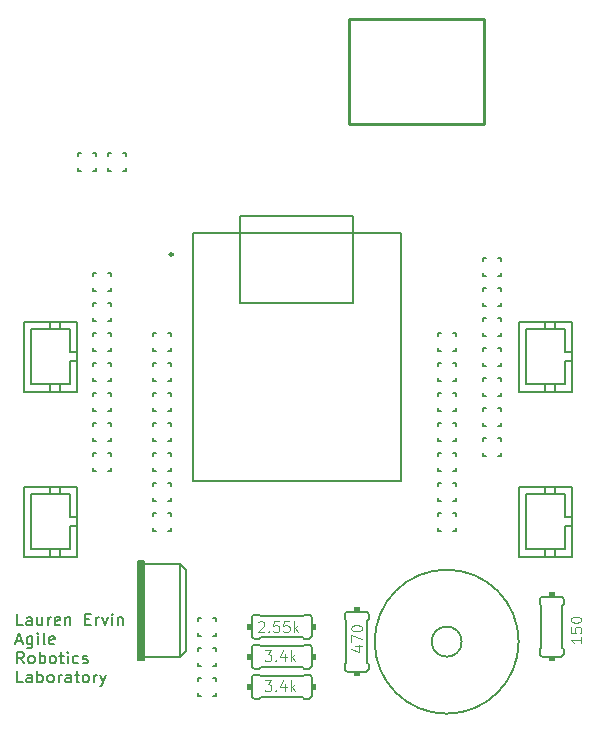
<source format=gbr>
%TF.GenerationSoftware,KiCad,Pcbnew,7.0.9*%
%TF.CreationDate,2023-11-20T12:16:38-05:00*%
%TF.ProjectId,uTerreSoRo_v4.1_bigger_pads_RSC,75546572-7265-4536-9f52-6f5f76342e31,rev?*%
%TF.SameCoordinates,Original*%
%TF.FileFunction,Legend,Top*%
%TF.FilePolarity,Positive*%
%FSLAX46Y46*%
G04 Gerber Fmt 4.6, Leading zero omitted, Abs format (unit mm)*
G04 Created by KiCad (PCBNEW 7.0.9) date 2023-11-20 12:16:38*
%MOMM*%
%LPD*%
G01*
G04 APERTURE LIST*
%ADD10C,0.200000*%
%ADD11C,0.089154*%
%ADD12C,0.152400*%
%ADD13C,0.254000*%
%ADD14C,0.127000*%
G04 APERTURE END LIST*
D10*
X125305863Y-122037219D02*
X124829673Y-122037219D01*
X124829673Y-122037219D02*
X124829673Y-121037219D01*
X126067768Y-122037219D02*
X126067768Y-121513409D01*
X126067768Y-121513409D02*
X126020149Y-121418171D01*
X126020149Y-121418171D02*
X125924911Y-121370552D01*
X125924911Y-121370552D02*
X125734435Y-121370552D01*
X125734435Y-121370552D02*
X125639197Y-121418171D01*
X126067768Y-121989600D02*
X125972530Y-122037219D01*
X125972530Y-122037219D02*
X125734435Y-122037219D01*
X125734435Y-122037219D02*
X125639197Y-121989600D01*
X125639197Y-121989600D02*
X125591578Y-121894361D01*
X125591578Y-121894361D02*
X125591578Y-121799123D01*
X125591578Y-121799123D02*
X125639197Y-121703885D01*
X125639197Y-121703885D02*
X125734435Y-121656266D01*
X125734435Y-121656266D02*
X125972530Y-121656266D01*
X125972530Y-121656266D02*
X126067768Y-121608647D01*
X126972530Y-121370552D02*
X126972530Y-122037219D01*
X126543959Y-121370552D02*
X126543959Y-121894361D01*
X126543959Y-121894361D02*
X126591578Y-121989600D01*
X126591578Y-121989600D02*
X126686816Y-122037219D01*
X126686816Y-122037219D02*
X126829673Y-122037219D01*
X126829673Y-122037219D02*
X126924911Y-121989600D01*
X126924911Y-121989600D02*
X126972530Y-121941980D01*
X127448721Y-122037219D02*
X127448721Y-121370552D01*
X127448721Y-121561028D02*
X127496340Y-121465790D01*
X127496340Y-121465790D02*
X127543959Y-121418171D01*
X127543959Y-121418171D02*
X127639197Y-121370552D01*
X127639197Y-121370552D02*
X127734435Y-121370552D01*
X128448721Y-121989600D02*
X128353483Y-122037219D01*
X128353483Y-122037219D02*
X128163007Y-122037219D01*
X128163007Y-122037219D02*
X128067769Y-121989600D01*
X128067769Y-121989600D02*
X128020150Y-121894361D01*
X128020150Y-121894361D02*
X128020150Y-121513409D01*
X128020150Y-121513409D02*
X128067769Y-121418171D01*
X128067769Y-121418171D02*
X128163007Y-121370552D01*
X128163007Y-121370552D02*
X128353483Y-121370552D01*
X128353483Y-121370552D02*
X128448721Y-121418171D01*
X128448721Y-121418171D02*
X128496340Y-121513409D01*
X128496340Y-121513409D02*
X128496340Y-121608647D01*
X128496340Y-121608647D02*
X128020150Y-121703885D01*
X128924912Y-121370552D02*
X128924912Y-122037219D01*
X128924912Y-121465790D02*
X128972531Y-121418171D01*
X128972531Y-121418171D02*
X129067769Y-121370552D01*
X129067769Y-121370552D02*
X129210626Y-121370552D01*
X129210626Y-121370552D02*
X129305864Y-121418171D01*
X129305864Y-121418171D02*
X129353483Y-121513409D01*
X129353483Y-121513409D02*
X129353483Y-122037219D01*
X130591579Y-121513409D02*
X130924912Y-121513409D01*
X131067769Y-122037219D02*
X130591579Y-122037219D01*
X130591579Y-122037219D02*
X130591579Y-121037219D01*
X130591579Y-121037219D02*
X131067769Y-121037219D01*
X131496341Y-122037219D02*
X131496341Y-121370552D01*
X131496341Y-121561028D02*
X131543960Y-121465790D01*
X131543960Y-121465790D02*
X131591579Y-121418171D01*
X131591579Y-121418171D02*
X131686817Y-121370552D01*
X131686817Y-121370552D02*
X131782055Y-121370552D01*
X132020151Y-121370552D02*
X132258246Y-122037219D01*
X132258246Y-122037219D02*
X132496341Y-121370552D01*
X132877294Y-122037219D02*
X132877294Y-121370552D01*
X132877294Y-121037219D02*
X132829675Y-121084838D01*
X132829675Y-121084838D02*
X132877294Y-121132457D01*
X132877294Y-121132457D02*
X132924913Y-121084838D01*
X132924913Y-121084838D02*
X132877294Y-121037219D01*
X132877294Y-121037219D02*
X132877294Y-121132457D01*
X133353484Y-121370552D02*
X133353484Y-122037219D01*
X133353484Y-121465790D02*
X133401103Y-121418171D01*
X133401103Y-121418171D02*
X133496341Y-121370552D01*
X133496341Y-121370552D02*
X133639198Y-121370552D01*
X133639198Y-121370552D02*
X133734436Y-121418171D01*
X133734436Y-121418171D02*
X133782055Y-121513409D01*
X133782055Y-121513409D02*
X133782055Y-122037219D01*
X124782054Y-123361504D02*
X125258244Y-123361504D01*
X124686816Y-123647219D02*
X125020149Y-122647219D01*
X125020149Y-122647219D02*
X125353482Y-123647219D01*
X126115387Y-122980552D02*
X126115387Y-123790076D01*
X126115387Y-123790076D02*
X126067768Y-123885314D01*
X126067768Y-123885314D02*
X126020149Y-123932933D01*
X126020149Y-123932933D02*
X125924911Y-123980552D01*
X125924911Y-123980552D02*
X125782054Y-123980552D01*
X125782054Y-123980552D02*
X125686816Y-123932933D01*
X126115387Y-123599600D02*
X126020149Y-123647219D01*
X126020149Y-123647219D02*
X125829673Y-123647219D01*
X125829673Y-123647219D02*
X125734435Y-123599600D01*
X125734435Y-123599600D02*
X125686816Y-123551980D01*
X125686816Y-123551980D02*
X125639197Y-123456742D01*
X125639197Y-123456742D02*
X125639197Y-123171028D01*
X125639197Y-123171028D02*
X125686816Y-123075790D01*
X125686816Y-123075790D02*
X125734435Y-123028171D01*
X125734435Y-123028171D02*
X125829673Y-122980552D01*
X125829673Y-122980552D02*
X126020149Y-122980552D01*
X126020149Y-122980552D02*
X126115387Y-123028171D01*
X126591578Y-123647219D02*
X126591578Y-122980552D01*
X126591578Y-122647219D02*
X126543959Y-122694838D01*
X126543959Y-122694838D02*
X126591578Y-122742457D01*
X126591578Y-122742457D02*
X126639197Y-122694838D01*
X126639197Y-122694838D02*
X126591578Y-122647219D01*
X126591578Y-122647219D02*
X126591578Y-122742457D01*
X127210625Y-123647219D02*
X127115387Y-123599600D01*
X127115387Y-123599600D02*
X127067768Y-123504361D01*
X127067768Y-123504361D02*
X127067768Y-122647219D01*
X127972530Y-123599600D02*
X127877292Y-123647219D01*
X127877292Y-123647219D02*
X127686816Y-123647219D01*
X127686816Y-123647219D02*
X127591578Y-123599600D01*
X127591578Y-123599600D02*
X127543959Y-123504361D01*
X127543959Y-123504361D02*
X127543959Y-123123409D01*
X127543959Y-123123409D02*
X127591578Y-123028171D01*
X127591578Y-123028171D02*
X127686816Y-122980552D01*
X127686816Y-122980552D02*
X127877292Y-122980552D01*
X127877292Y-122980552D02*
X127972530Y-123028171D01*
X127972530Y-123028171D02*
X128020149Y-123123409D01*
X128020149Y-123123409D02*
X128020149Y-123218647D01*
X128020149Y-123218647D02*
X127543959Y-123313885D01*
X125401101Y-125257219D02*
X125067768Y-124781028D01*
X124829673Y-125257219D02*
X124829673Y-124257219D01*
X124829673Y-124257219D02*
X125210625Y-124257219D01*
X125210625Y-124257219D02*
X125305863Y-124304838D01*
X125305863Y-124304838D02*
X125353482Y-124352457D01*
X125353482Y-124352457D02*
X125401101Y-124447695D01*
X125401101Y-124447695D02*
X125401101Y-124590552D01*
X125401101Y-124590552D02*
X125353482Y-124685790D01*
X125353482Y-124685790D02*
X125305863Y-124733409D01*
X125305863Y-124733409D02*
X125210625Y-124781028D01*
X125210625Y-124781028D02*
X124829673Y-124781028D01*
X125972530Y-125257219D02*
X125877292Y-125209600D01*
X125877292Y-125209600D02*
X125829673Y-125161980D01*
X125829673Y-125161980D02*
X125782054Y-125066742D01*
X125782054Y-125066742D02*
X125782054Y-124781028D01*
X125782054Y-124781028D02*
X125829673Y-124685790D01*
X125829673Y-124685790D02*
X125877292Y-124638171D01*
X125877292Y-124638171D02*
X125972530Y-124590552D01*
X125972530Y-124590552D02*
X126115387Y-124590552D01*
X126115387Y-124590552D02*
X126210625Y-124638171D01*
X126210625Y-124638171D02*
X126258244Y-124685790D01*
X126258244Y-124685790D02*
X126305863Y-124781028D01*
X126305863Y-124781028D02*
X126305863Y-125066742D01*
X126305863Y-125066742D02*
X126258244Y-125161980D01*
X126258244Y-125161980D02*
X126210625Y-125209600D01*
X126210625Y-125209600D02*
X126115387Y-125257219D01*
X126115387Y-125257219D02*
X125972530Y-125257219D01*
X126734435Y-125257219D02*
X126734435Y-124257219D01*
X126734435Y-124638171D02*
X126829673Y-124590552D01*
X126829673Y-124590552D02*
X127020149Y-124590552D01*
X127020149Y-124590552D02*
X127115387Y-124638171D01*
X127115387Y-124638171D02*
X127163006Y-124685790D01*
X127163006Y-124685790D02*
X127210625Y-124781028D01*
X127210625Y-124781028D02*
X127210625Y-125066742D01*
X127210625Y-125066742D02*
X127163006Y-125161980D01*
X127163006Y-125161980D02*
X127115387Y-125209600D01*
X127115387Y-125209600D02*
X127020149Y-125257219D01*
X127020149Y-125257219D02*
X126829673Y-125257219D01*
X126829673Y-125257219D02*
X126734435Y-125209600D01*
X127782054Y-125257219D02*
X127686816Y-125209600D01*
X127686816Y-125209600D02*
X127639197Y-125161980D01*
X127639197Y-125161980D02*
X127591578Y-125066742D01*
X127591578Y-125066742D02*
X127591578Y-124781028D01*
X127591578Y-124781028D02*
X127639197Y-124685790D01*
X127639197Y-124685790D02*
X127686816Y-124638171D01*
X127686816Y-124638171D02*
X127782054Y-124590552D01*
X127782054Y-124590552D02*
X127924911Y-124590552D01*
X127924911Y-124590552D02*
X128020149Y-124638171D01*
X128020149Y-124638171D02*
X128067768Y-124685790D01*
X128067768Y-124685790D02*
X128115387Y-124781028D01*
X128115387Y-124781028D02*
X128115387Y-125066742D01*
X128115387Y-125066742D02*
X128067768Y-125161980D01*
X128067768Y-125161980D02*
X128020149Y-125209600D01*
X128020149Y-125209600D02*
X127924911Y-125257219D01*
X127924911Y-125257219D02*
X127782054Y-125257219D01*
X128401102Y-124590552D02*
X128782054Y-124590552D01*
X128543959Y-124257219D02*
X128543959Y-125114361D01*
X128543959Y-125114361D02*
X128591578Y-125209600D01*
X128591578Y-125209600D02*
X128686816Y-125257219D01*
X128686816Y-125257219D02*
X128782054Y-125257219D01*
X129115388Y-125257219D02*
X129115388Y-124590552D01*
X129115388Y-124257219D02*
X129067769Y-124304838D01*
X129067769Y-124304838D02*
X129115388Y-124352457D01*
X129115388Y-124352457D02*
X129163007Y-124304838D01*
X129163007Y-124304838D02*
X129115388Y-124257219D01*
X129115388Y-124257219D02*
X129115388Y-124352457D01*
X130020149Y-125209600D02*
X129924911Y-125257219D01*
X129924911Y-125257219D02*
X129734435Y-125257219D01*
X129734435Y-125257219D02*
X129639197Y-125209600D01*
X129639197Y-125209600D02*
X129591578Y-125161980D01*
X129591578Y-125161980D02*
X129543959Y-125066742D01*
X129543959Y-125066742D02*
X129543959Y-124781028D01*
X129543959Y-124781028D02*
X129591578Y-124685790D01*
X129591578Y-124685790D02*
X129639197Y-124638171D01*
X129639197Y-124638171D02*
X129734435Y-124590552D01*
X129734435Y-124590552D02*
X129924911Y-124590552D01*
X129924911Y-124590552D02*
X130020149Y-124638171D01*
X130401102Y-125209600D02*
X130496340Y-125257219D01*
X130496340Y-125257219D02*
X130686816Y-125257219D01*
X130686816Y-125257219D02*
X130782054Y-125209600D01*
X130782054Y-125209600D02*
X130829673Y-125114361D01*
X130829673Y-125114361D02*
X130829673Y-125066742D01*
X130829673Y-125066742D02*
X130782054Y-124971504D01*
X130782054Y-124971504D02*
X130686816Y-124923885D01*
X130686816Y-124923885D02*
X130543959Y-124923885D01*
X130543959Y-124923885D02*
X130448721Y-124876266D01*
X130448721Y-124876266D02*
X130401102Y-124781028D01*
X130401102Y-124781028D02*
X130401102Y-124733409D01*
X130401102Y-124733409D02*
X130448721Y-124638171D01*
X130448721Y-124638171D02*
X130543959Y-124590552D01*
X130543959Y-124590552D02*
X130686816Y-124590552D01*
X130686816Y-124590552D02*
X130782054Y-124638171D01*
X125305863Y-126867219D02*
X124829673Y-126867219D01*
X124829673Y-126867219D02*
X124829673Y-125867219D01*
X126067768Y-126867219D02*
X126067768Y-126343409D01*
X126067768Y-126343409D02*
X126020149Y-126248171D01*
X126020149Y-126248171D02*
X125924911Y-126200552D01*
X125924911Y-126200552D02*
X125734435Y-126200552D01*
X125734435Y-126200552D02*
X125639197Y-126248171D01*
X126067768Y-126819600D02*
X125972530Y-126867219D01*
X125972530Y-126867219D02*
X125734435Y-126867219D01*
X125734435Y-126867219D02*
X125639197Y-126819600D01*
X125639197Y-126819600D02*
X125591578Y-126724361D01*
X125591578Y-126724361D02*
X125591578Y-126629123D01*
X125591578Y-126629123D02*
X125639197Y-126533885D01*
X125639197Y-126533885D02*
X125734435Y-126486266D01*
X125734435Y-126486266D02*
X125972530Y-126486266D01*
X125972530Y-126486266D02*
X126067768Y-126438647D01*
X126543959Y-126867219D02*
X126543959Y-125867219D01*
X126543959Y-126248171D02*
X126639197Y-126200552D01*
X126639197Y-126200552D02*
X126829673Y-126200552D01*
X126829673Y-126200552D02*
X126924911Y-126248171D01*
X126924911Y-126248171D02*
X126972530Y-126295790D01*
X126972530Y-126295790D02*
X127020149Y-126391028D01*
X127020149Y-126391028D02*
X127020149Y-126676742D01*
X127020149Y-126676742D02*
X126972530Y-126771980D01*
X126972530Y-126771980D02*
X126924911Y-126819600D01*
X126924911Y-126819600D02*
X126829673Y-126867219D01*
X126829673Y-126867219D02*
X126639197Y-126867219D01*
X126639197Y-126867219D02*
X126543959Y-126819600D01*
X127591578Y-126867219D02*
X127496340Y-126819600D01*
X127496340Y-126819600D02*
X127448721Y-126771980D01*
X127448721Y-126771980D02*
X127401102Y-126676742D01*
X127401102Y-126676742D02*
X127401102Y-126391028D01*
X127401102Y-126391028D02*
X127448721Y-126295790D01*
X127448721Y-126295790D02*
X127496340Y-126248171D01*
X127496340Y-126248171D02*
X127591578Y-126200552D01*
X127591578Y-126200552D02*
X127734435Y-126200552D01*
X127734435Y-126200552D02*
X127829673Y-126248171D01*
X127829673Y-126248171D02*
X127877292Y-126295790D01*
X127877292Y-126295790D02*
X127924911Y-126391028D01*
X127924911Y-126391028D02*
X127924911Y-126676742D01*
X127924911Y-126676742D02*
X127877292Y-126771980D01*
X127877292Y-126771980D02*
X127829673Y-126819600D01*
X127829673Y-126819600D02*
X127734435Y-126867219D01*
X127734435Y-126867219D02*
X127591578Y-126867219D01*
X128353483Y-126867219D02*
X128353483Y-126200552D01*
X128353483Y-126391028D02*
X128401102Y-126295790D01*
X128401102Y-126295790D02*
X128448721Y-126248171D01*
X128448721Y-126248171D02*
X128543959Y-126200552D01*
X128543959Y-126200552D02*
X128639197Y-126200552D01*
X129401102Y-126867219D02*
X129401102Y-126343409D01*
X129401102Y-126343409D02*
X129353483Y-126248171D01*
X129353483Y-126248171D02*
X129258245Y-126200552D01*
X129258245Y-126200552D02*
X129067769Y-126200552D01*
X129067769Y-126200552D02*
X128972531Y-126248171D01*
X129401102Y-126819600D02*
X129305864Y-126867219D01*
X129305864Y-126867219D02*
X129067769Y-126867219D01*
X129067769Y-126867219D02*
X128972531Y-126819600D01*
X128972531Y-126819600D02*
X128924912Y-126724361D01*
X128924912Y-126724361D02*
X128924912Y-126629123D01*
X128924912Y-126629123D02*
X128972531Y-126533885D01*
X128972531Y-126533885D02*
X129067769Y-126486266D01*
X129067769Y-126486266D02*
X129305864Y-126486266D01*
X129305864Y-126486266D02*
X129401102Y-126438647D01*
X129734436Y-126200552D02*
X130115388Y-126200552D01*
X129877293Y-125867219D02*
X129877293Y-126724361D01*
X129877293Y-126724361D02*
X129924912Y-126819600D01*
X129924912Y-126819600D02*
X130020150Y-126867219D01*
X130020150Y-126867219D02*
X130115388Y-126867219D01*
X130591579Y-126867219D02*
X130496341Y-126819600D01*
X130496341Y-126819600D02*
X130448722Y-126771980D01*
X130448722Y-126771980D02*
X130401103Y-126676742D01*
X130401103Y-126676742D02*
X130401103Y-126391028D01*
X130401103Y-126391028D02*
X130448722Y-126295790D01*
X130448722Y-126295790D02*
X130496341Y-126248171D01*
X130496341Y-126248171D02*
X130591579Y-126200552D01*
X130591579Y-126200552D02*
X130734436Y-126200552D01*
X130734436Y-126200552D02*
X130829674Y-126248171D01*
X130829674Y-126248171D02*
X130877293Y-126295790D01*
X130877293Y-126295790D02*
X130924912Y-126391028D01*
X130924912Y-126391028D02*
X130924912Y-126676742D01*
X130924912Y-126676742D02*
X130877293Y-126771980D01*
X130877293Y-126771980D02*
X130829674Y-126819600D01*
X130829674Y-126819600D02*
X130734436Y-126867219D01*
X130734436Y-126867219D02*
X130591579Y-126867219D01*
X131353484Y-126867219D02*
X131353484Y-126200552D01*
X131353484Y-126391028D02*
X131401103Y-126295790D01*
X131401103Y-126295790D02*
X131448722Y-126248171D01*
X131448722Y-126248171D02*
X131543960Y-126200552D01*
X131543960Y-126200552D02*
X131639198Y-126200552D01*
X131877294Y-126200552D02*
X132115389Y-126867219D01*
X132353484Y-126200552D02*
X132115389Y-126867219D01*
X132115389Y-126867219D02*
X132020151Y-127105314D01*
X132020151Y-127105314D02*
X131972532Y-127152933D01*
X131972532Y-127152933D02*
X131877294Y-127200552D01*
D11*
X145792931Y-124154798D02*
X146350969Y-124154798D01*
X146350969Y-124154798D02*
X146050487Y-124498206D01*
X146050487Y-124498206D02*
X146179265Y-124498206D01*
X146179265Y-124498206D02*
X146265117Y-124541132D01*
X146265117Y-124541132D02*
X146308043Y-124584058D01*
X146308043Y-124584058D02*
X146350969Y-124669910D01*
X146350969Y-124669910D02*
X146350969Y-124884540D01*
X146350969Y-124884540D02*
X146308043Y-124970392D01*
X146308043Y-124970392D02*
X146265117Y-125013318D01*
X146265117Y-125013318D02*
X146179265Y-125056244D01*
X146179265Y-125056244D02*
X145921709Y-125056244D01*
X145921709Y-125056244D02*
X145835857Y-125013318D01*
X145835857Y-125013318D02*
X145792931Y-124970392D01*
X146737303Y-124970392D02*
X146780229Y-125013318D01*
X146780229Y-125013318D02*
X146737303Y-125056244D01*
X146737303Y-125056244D02*
X146694377Y-125013318D01*
X146694377Y-125013318D02*
X146737303Y-124970392D01*
X146737303Y-124970392D02*
X146737303Y-125056244D01*
X147552897Y-124455280D02*
X147552897Y-125056244D01*
X147338267Y-124111872D02*
X147123637Y-124755762D01*
X147123637Y-124755762D02*
X147681675Y-124755762D01*
X148025083Y-125056244D02*
X148025083Y-124154798D01*
X148110935Y-124712836D02*
X148368491Y-125056244D01*
X148368491Y-124455280D02*
X148025083Y-124798688D01*
X145235189Y-121790145D02*
X145278115Y-121747219D01*
X145278115Y-121747219D02*
X145363967Y-121704293D01*
X145363967Y-121704293D02*
X145578597Y-121704293D01*
X145578597Y-121704293D02*
X145664449Y-121747219D01*
X145664449Y-121747219D02*
X145707375Y-121790145D01*
X145707375Y-121790145D02*
X145750301Y-121875997D01*
X145750301Y-121875997D02*
X145750301Y-121961849D01*
X145750301Y-121961849D02*
X145707375Y-122090627D01*
X145707375Y-122090627D02*
X145192263Y-122605739D01*
X145192263Y-122605739D02*
X145750301Y-122605739D01*
X146136635Y-122519887D02*
X146179561Y-122562813D01*
X146179561Y-122562813D02*
X146136635Y-122605739D01*
X146136635Y-122605739D02*
X146093709Y-122562813D01*
X146093709Y-122562813D02*
X146136635Y-122519887D01*
X146136635Y-122519887D02*
X146136635Y-122605739D01*
X146995155Y-121704293D02*
X146565895Y-121704293D01*
X146565895Y-121704293D02*
X146522969Y-122133553D01*
X146522969Y-122133553D02*
X146565895Y-122090627D01*
X146565895Y-122090627D02*
X146651747Y-122047701D01*
X146651747Y-122047701D02*
X146866377Y-122047701D01*
X146866377Y-122047701D02*
X146952229Y-122090627D01*
X146952229Y-122090627D02*
X146995155Y-122133553D01*
X146995155Y-122133553D02*
X147038081Y-122219405D01*
X147038081Y-122219405D02*
X147038081Y-122434035D01*
X147038081Y-122434035D02*
X146995155Y-122519887D01*
X146995155Y-122519887D02*
X146952229Y-122562813D01*
X146952229Y-122562813D02*
X146866377Y-122605739D01*
X146866377Y-122605739D02*
X146651747Y-122605739D01*
X146651747Y-122605739D02*
X146565895Y-122562813D01*
X146565895Y-122562813D02*
X146522969Y-122519887D01*
X147853675Y-121704293D02*
X147424415Y-121704293D01*
X147424415Y-121704293D02*
X147381489Y-122133553D01*
X147381489Y-122133553D02*
X147424415Y-122090627D01*
X147424415Y-122090627D02*
X147510267Y-122047701D01*
X147510267Y-122047701D02*
X147724897Y-122047701D01*
X147724897Y-122047701D02*
X147810749Y-122090627D01*
X147810749Y-122090627D02*
X147853675Y-122133553D01*
X147853675Y-122133553D02*
X147896601Y-122219405D01*
X147896601Y-122219405D02*
X147896601Y-122434035D01*
X147896601Y-122434035D02*
X147853675Y-122519887D01*
X147853675Y-122519887D02*
X147810749Y-122562813D01*
X147810749Y-122562813D02*
X147724897Y-122605739D01*
X147724897Y-122605739D02*
X147510267Y-122605739D01*
X147510267Y-122605739D02*
X147424415Y-122562813D01*
X147424415Y-122562813D02*
X147381489Y-122519887D01*
X148282935Y-122605739D02*
X148282935Y-121704293D01*
X148368787Y-122262331D02*
X148626343Y-122605739D01*
X148626343Y-122004775D02*
X148282935Y-122348183D01*
X145792931Y-126694798D02*
X146350969Y-126694798D01*
X146350969Y-126694798D02*
X146050487Y-127038206D01*
X146050487Y-127038206D02*
X146179265Y-127038206D01*
X146179265Y-127038206D02*
X146265117Y-127081132D01*
X146265117Y-127081132D02*
X146308043Y-127124058D01*
X146308043Y-127124058D02*
X146350969Y-127209910D01*
X146350969Y-127209910D02*
X146350969Y-127424540D01*
X146350969Y-127424540D02*
X146308043Y-127510392D01*
X146308043Y-127510392D02*
X146265117Y-127553318D01*
X146265117Y-127553318D02*
X146179265Y-127596244D01*
X146179265Y-127596244D02*
X145921709Y-127596244D01*
X145921709Y-127596244D02*
X145835857Y-127553318D01*
X145835857Y-127553318D02*
X145792931Y-127510392D01*
X146737303Y-127510392D02*
X146780229Y-127553318D01*
X146780229Y-127553318D02*
X146737303Y-127596244D01*
X146737303Y-127596244D02*
X146694377Y-127553318D01*
X146694377Y-127553318D02*
X146737303Y-127510392D01*
X146737303Y-127510392D02*
X146737303Y-127596244D01*
X147552897Y-126995280D02*
X147552897Y-127596244D01*
X147338267Y-126651872D02*
X147123637Y-127295762D01*
X147123637Y-127295762D02*
X147681675Y-127295762D01*
X148025083Y-127596244D02*
X148025083Y-126694798D01*
X148110935Y-127252836D02*
X148368491Y-127596244D01*
X148368491Y-126995280D02*
X148025083Y-127338688D01*
X153437271Y-123826249D02*
X154038235Y-123826249D01*
X153093863Y-124040879D02*
X153737753Y-124255509D01*
X153737753Y-124255509D02*
X153737753Y-123697471D01*
X153136789Y-123439915D02*
X153136789Y-122838951D01*
X153136789Y-122838951D02*
X154038235Y-123225285D01*
X153136789Y-122323839D02*
X153136789Y-122237987D01*
X153136789Y-122237987D02*
X153179715Y-122152135D01*
X153179715Y-122152135D02*
X153222641Y-122109209D01*
X153222641Y-122109209D02*
X153308493Y-122066283D01*
X153308493Y-122066283D02*
X153480197Y-122023357D01*
X153480197Y-122023357D02*
X153694827Y-122023357D01*
X153694827Y-122023357D02*
X153866531Y-122066283D01*
X153866531Y-122066283D02*
X153952383Y-122109209D01*
X153952383Y-122109209D02*
X153995309Y-122152135D01*
X153995309Y-122152135D02*
X154038235Y-122237987D01*
X154038235Y-122237987D02*
X154038235Y-122323839D01*
X154038235Y-122323839D02*
X153995309Y-122409691D01*
X153995309Y-122409691D02*
X153952383Y-122452617D01*
X153952383Y-122452617D02*
X153866531Y-122495543D01*
X153866531Y-122495543D02*
X153694827Y-122538469D01*
X153694827Y-122538469D02*
X153480197Y-122538469D01*
X153480197Y-122538469D02*
X153308493Y-122495543D01*
X153308493Y-122495543D02*
X153222641Y-122452617D01*
X153222641Y-122452617D02*
X153179715Y-122409691D01*
X153179715Y-122409691D02*
X153136789Y-122323839D01*
X172605044Y-123028731D02*
X172605044Y-123543843D01*
X172605044Y-123286287D02*
X171703598Y-123286287D01*
X171703598Y-123286287D02*
X171832376Y-123372139D01*
X171832376Y-123372139D02*
X171918228Y-123457991D01*
X171918228Y-123457991D02*
X171961154Y-123543843D01*
X171703598Y-122213137D02*
X171703598Y-122642397D01*
X171703598Y-122642397D02*
X172132858Y-122685323D01*
X172132858Y-122685323D02*
X172089932Y-122642397D01*
X172089932Y-122642397D02*
X172047006Y-122556545D01*
X172047006Y-122556545D02*
X172047006Y-122341915D01*
X172047006Y-122341915D02*
X172089932Y-122256063D01*
X172089932Y-122256063D02*
X172132858Y-122213137D01*
X172132858Y-122213137D02*
X172218710Y-122170211D01*
X172218710Y-122170211D02*
X172433340Y-122170211D01*
X172433340Y-122170211D02*
X172519192Y-122213137D01*
X172519192Y-122213137D02*
X172562118Y-122256063D01*
X172562118Y-122256063D02*
X172605044Y-122341915D01*
X172605044Y-122341915D02*
X172605044Y-122556545D01*
X172605044Y-122556545D02*
X172562118Y-122642397D01*
X172562118Y-122642397D02*
X172519192Y-122685323D01*
X171703598Y-121612173D02*
X171703598Y-121526321D01*
X171703598Y-121526321D02*
X171746524Y-121440469D01*
X171746524Y-121440469D02*
X171789450Y-121397543D01*
X171789450Y-121397543D02*
X171875302Y-121354617D01*
X171875302Y-121354617D02*
X172047006Y-121311691D01*
X172047006Y-121311691D02*
X172261636Y-121311691D01*
X172261636Y-121311691D02*
X172433340Y-121354617D01*
X172433340Y-121354617D02*
X172519192Y-121397543D01*
X172519192Y-121397543D02*
X172562118Y-121440469D01*
X172562118Y-121440469D02*
X172605044Y-121526321D01*
X172605044Y-121526321D02*
X172605044Y-121612173D01*
X172605044Y-121612173D02*
X172562118Y-121698025D01*
X172562118Y-121698025D02*
X172519192Y-121740951D01*
X172519192Y-121740951D02*
X172433340Y-121783877D01*
X172433340Y-121783877D02*
X172261636Y-121826803D01*
X172261636Y-121826803D02*
X172047006Y-121826803D01*
X172047006Y-121826803D02*
X171875302Y-121783877D01*
X171875302Y-121783877D02*
X171789450Y-121740951D01*
X171789450Y-121740951D02*
X171746524Y-121698025D01*
X171746524Y-121698025D02*
X171703598Y-121612173D01*
D12*
%TO.C,PAD38*%
X129959100Y-83540600D02*
X129959100Y-83286600D01*
X130213100Y-83540600D02*
X129959100Y-83540600D01*
X131483100Y-83540600D02*
X131229100Y-83540600D01*
X131483100Y-83286600D02*
X131483100Y-83540600D01*
X131483100Y-82016600D02*
X131229100Y-82016600D01*
X131483100Y-82016600D02*
X131483100Y-82270600D01*
X129959100Y-82016600D02*
X129959100Y-82270600D01*
X129959100Y-82016600D02*
X130213100Y-82016600D01*
%TO.C,PAD37*%
X132499100Y-83540600D02*
X132499100Y-83286600D01*
X132753100Y-83540600D02*
X132499100Y-83540600D01*
X134023100Y-83540600D02*
X133769100Y-83540600D01*
X134023100Y-83286600D02*
X134023100Y-83540600D01*
X134023100Y-82016600D02*
X133769100Y-82016600D01*
X134023100Y-82016600D02*
X134023100Y-82270600D01*
X132499100Y-82016600D02*
X132499100Y-82270600D01*
X132499100Y-82016600D02*
X132753100Y-82016600D01*
D13*
%TO.C,U2*%
X152946100Y-79603600D02*
X152946100Y-70713600D01*
X164376100Y-79603600D02*
X152946100Y-79603600D01*
X164376100Y-70713600D02*
X164376100Y-79603600D01*
X152946100Y-70713600D02*
X164376100Y-70713600D01*
%TO.C,R3*%
G36*
X144691100Y-124942600D02*
G01*
X144310100Y-124942600D01*
X144310100Y-124434600D01*
X144691100Y-124434600D01*
X144691100Y-124942600D01*
G37*
G36*
X150152100Y-124942600D02*
G01*
X149771100Y-124942600D01*
X149771100Y-124434600D01*
X150152100Y-124434600D01*
X150152100Y-124942600D01*
G37*
D12*
X149771100Y-125450600D02*
X149771100Y-123926600D01*
X149517100Y-125704600D02*
X149136100Y-125704600D01*
X149517100Y-123672600D02*
X149136100Y-123672600D01*
X149009100Y-125577600D02*
X145453100Y-125577600D01*
X149009100Y-125577600D02*
X149136100Y-125704600D01*
X149009100Y-123799600D02*
X145453100Y-123799600D01*
X149009100Y-123799600D02*
X149136100Y-123672600D01*
X145453100Y-125577600D02*
X145326100Y-125704600D01*
X144945100Y-125704600D02*
X145326100Y-125704600D01*
X145453100Y-123799600D02*
X145326100Y-123672600D01*
X144945100Y-123672600D02*
X145326100Y-123672600D01*
X144691100Y-125450600D02*
X144691100Y-123926600D01*
X149771100Y-123926600D02*
G75*
G03*
X149517100Y-123672600I-254000J0D01*
G01*
X149517100Y-125704600D02*
G75*
G03*
X149771100Y-125450600I0J254000D01*
G01*
X144691100Y-125450600D02*
G75*
G03*
X144945100Y-125704600I254000J0D01*
G01*
X144945100Y-123672600D02*
G75*
G03*
X144691100Y-123926600I0J-254000D01*
G01*
%TO.C,U1*%
D13*
X138009100Y-90627600D02*
G75*
G03*
X138009100Y-90627600I-127000J0D01*
G01*
D14*
X143701100Y-94720600D02*
X143701100Y-87368600D01*
X153301100Y-94720600D02*
X143701100Y-94720600D01*
X153301100Y-87368600D02*
X153301100Y-94720600D01*
X143701100Y-87368600D02*
X153301100Y-87368600D01*
X139701100Y-88788600D02*
X139701100Y-109788600D01*
X157301100Y-88788600D02*
X139701100Y-88788600D01*
X157301100Y-109788600D02*
X157301100Y-88788600D01*
X139701100Y-109788600D02*
X157301100Y-109788600D01*
D12*
%TO.C,PAD39*%
X140119100Y-122910600D02*
X140119100Y-122656600D01*
X140373100Y-122910600D02*
X140119100Y-122910600D01*
X141643100Y-122910600D02*
X141389100Y-122910600D01*
X141643100Y-122656600D02*
X141643100Y-122910600D01*
X141643100Y-121386600D02*
X141389100Y-121386600D01*
X141643100Y-121386600D02*
X141643100Y-121640600D01*
X140119100Y-121386600D02*
X140119100Y-121640600D01*
X140119100Y-121386600D02*
X140373100Y-121386600D01*
%TO.C,PAD40*%
X140119100Y-125450600D02*
X140119100Y-125196600D01*
X140373100Y-125450600D02*
X140119100Y-125450600D01*
X141643100Y-125450600D02*
X141389100Y-125450600D01*
X141643100Y-125196600D02*
X141643100Y-125450600D01*
X141643100Y-123926600D02*
X141389100Y-123926600D01*
X141643100Y-123926600D02*
X141643100Y-124180600D01*
X140119100Y-123926600D02*
X140119100Y-124180600D01*
X140119100Y-123926600D02*
X140373100Y-123926600D01*
%TO.C,PAD41*%
X140119100Y-127990600D02*
X140119100Y-127736600D01*
X140373100Y-127990600D02*
X140119100Y-127990600D01*
X141643100Y-127990600D02*
X141389100Y-127990600D01*
X141643100Y-127736600D02*
X141643100Y-127990600D01*
X141643100Y-126466600D02*
X141389100Y-126466600D01*
X141643100Y-126466600D02*
X141643100Y-126720600D01*
X140119100Y-126466600D02*
X140119100Y-126720600D01*
X140119100Y-126466600D02*
X140373100Y-126466600D01*
%TO.C,R1*%
G36*
X150152100Y-122402600D02*
G01*
X149771100Y-122402600D01*
X149771100Y-121894600D01*
X150152100Y-121894600D01*
X150152100Y-122402600D01*
G37*
G36*
X144691100Y-122402600D02*
G01*
X144310100Y-122402600D01*
X144310100Y-121894600D01*
X144691100Y-121894600D01*
X144691100Y-122402600D01*
G37*
X144691100Y-121386600D02*
X144691100Y-122910600D01*
X144945100Y-121132600D02*
X145326100Y-121132600D01*
X144945100Y-123164600D02*
X145326100Y-123164600D01*
X145453100Y-121259600D02*
X149009100Y-121259600D01*
X145453100Y-121259600D02*
X145326100Y-121132600D01*
X145453100Y-123037600D02*
X149009100Y-123037600D01*
X145453100Y-123037600D02*
X145326100Y-123164600D01*
X149009100Y-121259600D02*
X149136100Y-121132600D01*
X149517100Y-121132600D02*
X149136100Y-121132600D01*
X149009100Y-123037600D02*
X149136100Y-123164600D01*
X149517100Y-123164600D02*
X149136100Y-123164600D01*
X149771100Y-121386600D02*
X149771100Y-122910600D01*
X144691100Y-122910600D02*
G75*
G03*
X144945100Y-123164600I254000J0D01*
G01*
X144945100Y-121132600D02*
G75*
G03*
X144691100Y-121386600I0J-254000D01*
G01*
X149771100Y-121386600D02*
G75*
G03*
X149517100Y-121132600I-254000J0D01*
G01*
X149517100Y-123164600D02*
G75*
G03*
X149771100Y-122910600I0J254000D01*
G01*
%TO.C,R2*%
G36*
X144691100Y-127482600D02*
G01*
X144310100Y-127482600D01*
X144310100Y-126974600D01*
X144691100Y-126974600D01*
X144691100Y-127482600D01*
G37*
G36*
X150152100Y-127482600D02*
G01*
X149771100Y-127482600D01*
X149771100Y-126974600D01*
X150152100Y-126974600D01*
X150152100Y-127482600D01*
G37*
X149771100Y-127990600D02*
X149771100Y-126466600D01*
X149517100Y-128244600D02*
X149136100Y-128244600D01*
X149517100Y-126212600D02*
X149136100Y-126212600D01*
X149009100Y-128117600D02*
X145453100Y-128117600D01*
X149009100Y-128117600D02*
X149136100Y-128244600D01*
X149009100Y-126339600D02*
X145453100Y-126339600D01*
X149009100Y-126339600D02*
X149136100Y-126212600D01*
X145453100Y-128117600D02*
X145326100Y-128244600D01*
X144945100Y-128244600D02*
X145326100Y-128244600D01*
X145453100Y-126339600D02*
X145326100Y-126212600D01*
X144945100Y-126212600D02*
X145326100Y-126212600D01*
X144691100Y-127990600D02*
X144691100Y-126466600D01*
X149771100Y-126466600D02*
G75*
G03*
X149517100Y-126212600I-254000J0D01*
G01*
X149517100Y-128244600D02*
G75*
G03*
X149771100Y-127990600I0J254000D01*
G01*
X144691100Y-127990600D02*
G75*
G03*
X144945100Y-128244600I254000J0D01*
G01*
X144945100Y-126212600D02*
G75*
G03*
X144691100Y-126466600I0J-254000D01*
G01*
%TO.C,R4*%
G36*
X153835100Y-120878600D02*
G01*
X153327100Y-120878600D01*
X153327100Y-120497600D01*
X153835100Y-120497600D01*
X153835100Y-120878600D01*
G37*
G36*
X153835100Y-126339600D02*
G01*
X153327100Y-126339600D01*
X153327100Y-125958600D01*
X153835100Y-125958600D01*
X153835100Y-126339600D01*
G37*
X152819100Y-125958600D02*
X154343100Y-125958600D01*
X152565100Y-125704600D02*
X152565100Y-125323600D01*
X154597100Y-125704600D02*
X154597100Y-125323600D01*
X152692100Y-125196600D02*
X152692100Y-121640600D01*
X152692100Y-125196600D02*
X152565100Y-125323600D01*
X154470100Y-125196600D02*
X154470100Y-121640600D01*
X154470100Y-125196600D02*
X154597100Y-125323600D01*
X152692100Y-121640600D02*
X152565100Y-121513600D01*
X152565100Y-121132600D02*
X152565100Y-121513600D01*
X154470100Y-121640600D02*
X154597100Y-121513600D01*
X154597100Y-121132600D02*
X154597100Y-121513600D01*
X152819100Y-120878600D02*
X154343100Y-120878600D01*
X154343100Y-125958600D02*
G75*
G03*
X154597100Y-125704600I0J254000D01*
G01*
X152565100Y-125704600D02*
G75*
G03*
X152819100Y-125958600I254000J0D01*
G01*
X152819100Y-120878600D02*
G75*
G03*
X152565100Y-121132600I0J-254000D01*
G01*
X154597100Y-121132600D02*
G75*
G03*
X154343100Y-120878600I-254000J0D01*
G01*
D14*
%TO.C,P1*%
X129281100Y-99688600D02*
X129881100Y-99688600D01*
X129281100Y-98888600D02*
X129881100Y-98888600D01*
X129281100Y-98888600D02*
X129281100Y-96938600D01*
X128481100Y-96938600D02*
X128481100Y-96338600D01*
X127581100Y-96938600D02*
X127581100Y-96338600D01*
X127581100Y-102238600D02*
X127581100Y-101638600D01*
X128481100Y-102238600D02*
X128481100Y-101638600D01*
X128481100Y-96938600D02*
X129281100Y-96938600D01*
X127581100Y-96938600D02*
X128481100Y-96938600D01*
X125981100Y-96938600D02*
X127581100Y-96938600D01*
X129281100Y-101638600D02*
X129281100Y-99688600D01*
X128481100Y-101638600D02*
X129281100Y-101638600D01*
X127581100Y-101638600D02*
X128481100Y-101638600D01*
X125981100Y-101638600D02*
X127581100Y-101638600D01*
X125981100Y-101638600D02*
X125981100Y-96938600D01*
X128481100Y-102238600D02*
X129881100Y-102238600D01*
X127581100Y-102238600D02*
X128481100Y-102238600D01*
X125381100Y-102238600D02*
X127581100Y-102238600D01*
X128481100Y-96338600D02*
X129881100Y-96338600D01*
X127581100Y-96338600D02*
X128481100Y-96338600D01*
X125381100Y-96338600D02*
X127581100Y-96338600D01*
X125381100Y-102238600D02*
X125381100Y-96338600D01*
X129881100Y-98888600D02*
X129881100Y-96338600D01*
X129881100Y-99688600D02*
X129881100Y-98888600D01*
X129881100Y-102238600D02*
X129881100Y-99688600D01*
%TO.C,P2*%
X129281100Y-113658600D02*
X129881100Y-113658600D01*
X129281100Y-112858600D02*
X129881100Y-112858600D01*
X129281100Y-112858600D02*
X129281100Y-110908600D01*
X128481100Y-110908600D02*
X128481100Y-110308600D01*
X127581100Y-110908600D02*
X127581100Y-110308600D01*
X127581100Y-116208600D02*
X127581100Y-115608600D01*
X128481100Y-116208600D02*
X128481100Y-115608600D01*
X128481100Y-110908600D02*
X129281100Y-110908600D01*
X127581100Y-110908600D02*
X128481100Y-110908600D01*
X125981100Y-110908600D02*
X127581100Y-110908600D01*
X129281100Y-115608600D02*
X129281100Y-113658600D01*
X128481100Y-115608600D02*
X129281100Y-115608600D01*
X127581100Y-115608600D02*
X128481100Y-115608600D01*
X125981100Y-115608600D02*
X127581100Y-115608600D01*
X125981100Y-115608600D02*
X125981100Y-110908600D01*
X128481100Y-116208600D02*
X129881100Y-116208600D01*
X127581100Y-116208600D02*
X128481100Y-116208600D01*
X125381100Y-116208600D02*
X127581100Y-116208600D01*
X128481100Y-110308600D02*
X129881100Y-110308600D01*
X127581100Y-110308600D02*
X128481100Y-110308600D01*
X125381100Y-110308600D02*
X127581100Y-110308600D01*
X125381100Y-116208600D02*
X125381100Y-110308600D01*
X129881100Y-112858600D02*
X129881100Y-110308600D01*
X129881100Y-113658600D02*
X129881100Y-112858600D01*
X129881100Y-116208600D02*
X129881100Y-113658600D01*
%TO.C,P3*%
X171191100Y-113658600D02*
X171791100Y-113658600D01*
X171191100Y-112858600D02*
X171791100Y-112858600D01*
X171191100Y-112858600D02*
X171191100Y-110908600D01*
X170391100Y-110908600D02*
X170391100Y-110308600D01*
X169491100Y-110908600D02*
X169491100Y-110308600D01*
X169491100Y-116208600D02*
X169491100Y-115608600D01*
X170391100Y-116208600D02*
X170391100Y-115608600D01*
X170391100Y-110908600D02*
X171191100Y-110908600D01*
X169491100Y-110908600D02*
X170391100Y-110908600D01*
X167891100Y-110908600D02*
X169491100Y-110908600D01*
X171191100Y-115608600D02*
X171191100Y-113658600D01*
X170391100Y-115608600D02*
X171191100Y-115608600D01*
X169491100Y-115608600D02*
X170391100Y-115608600D01*
X167891100Y-115608600D02*
X169491100Y-115608600D01*
X167891100Y-115608600D02*
X167891100Y-110908600D01*
X170391100Y-116208600D02*
X171791100Y-116208600D01*
X169491100Y-116208600D02*
X170391100Y-116208600D01*
X167291100Y-116208600D02*
X169491100Y-116208600D01*
X170391100Y-110308600D02*
X171791100Y-110308600D01*
X169491100Y-110308600D02*
X170391100Y-110308600D01*
X167291100Y-110308600D02*
X169491100Y-110308600D01*
X167291100Y-116208600D02*
X167291100Y-110308600D01*
X171791100Y-112858600D02*
X171791100Y-110308600D01*
X171791100Y-113658600D02*
X171791100Y-112858600D01*
X171791100Y-116208600D02*
X171791100Y-113658600D01*
%TO.C,P4*%
X171191100Y-99688600D02*
X171791100Y-99688600D01*
X171191100Y-98888600D02*
X171791100Y-98888600D01*
X171191100Y-98888600D02*
X171191100Y-96938600D01*
X170391100Y-96938600D02*
X170391100Y-96338600D01*
X169491100Y-96938600D02*
X169491100Y-96338600D01*
X169491100Y-102238600D02*
X169491100Y-101638600D01*
X170391100Y-102238600D02*
X170391100Y-101638600D01*
X170391100Y-96938600D02*
X171191100Y-96938600D01*
X169491100Y-96938600D02*
X170391100Y-96938600D01*
X167891100Y-96938600D02*
X169491100Y-96938600D01*
X171191100Y-101638600D02*
X171191100Y-99688600D01*
X170391100Y-101638600D02*
X171191100Y-101638600D01*
X169491100Y-101638600D02*
X170391100Y-101638600D01*
X167891100Y-101638600D02*
X169491100Y-101638600D01*
X167891100Y-101638600D02*
X167891100Y-96938600D01*
X170391100Y-102238600D02*
X171791100Y-102238600D01*
X169491100Y-102238600D02*
X170391100Y-102238600D01*
X167291100Y-102238600D02*
X169491100Y-102238600D01*
X170391100Y-96338600D02*
X171791100Y-96338600D01*
X169491100Y-96338600D02*
X170391100Y-96338600D01*
X167291100Y-96338600D02*
X169491100Y-96338600D01*
X167291100Y-102238600D02*
X167291100Y-96338600D01*
X171791100Y-98888600D02*
X171791100Y-96338600D01*
X171791100Y-99688600D02*
X171791100Y-98888600D01*
X171791100Y-102238600D02*
X171791100Y-99688600D01*
%TO.C,R5*%
G36*
X170345100Y-125069600D02*
G01*
X169837100Y-125069600D01*
X169837100Y-124688600D01*
X170345100Y-124688600D01*
X170345100Y-125069600D01*
G37*
G36*
X170345100Y-119608600D02*
G01*
X169837100Y-119608600D01*
X169837100Y-119227600D01*
X170345100Y-119227600D01*
X170345100Y-119608600D01*
G37*
D12*
X170853100Y-119608600D02*
X169329100Y-119608600D01*
X171107100Y-119862600D02*
X171107100Y-120243600D01*
X169075100Y-119862600D02*
X169075100Y-120243600D01*
X170980100Y-120370600D02*
X170980100Y-123926600D01*
X170980100Y-120370600D02*
X171107100Y-120243600D01*
X169202100Y-120370600D02*
X169202100Y-123926600D01*
X169202100Y-120370600D02*
X169075100Y-120243600D01*
X170980100Y-123926600D02*
X171107100Y-124053600D01*
X171107100Y-124434600D02*
X171107100Y-124053600D01*
X169202100Y-123926600D02*
X169075100Y-124053600D01*
X169075100Y-124434600D02*
X169075100Y-124053600D01*
X170853100Y-124688600D02*
X169329100Y-124688600D01*
X169329100Y-119608600D02*
G75*
G03*
X169075100Y-119862600I0J-254000D01*
G01*
X171107100Y-119862600D02*
G75*
G03*
X170853100Y-119608600I-254000J0D01*
G01*
X170853100Y-124688600D02*
G75*
G03*
X171107100Y-124434600I0J254000D01*
G01*
X169075100Y-124434600D02*
G75*
G03*
X169329100Y-124688600I254000J0D01*
G01*
%TO.C,SP1*%
X162471100Y-123418600D02*
G75*
G03*
X162471100Y-123418600I-1270000J0D01*
G01*
X167297100Y-123418600D02*
G75*
G03*
X167297100Y-123418600I-6096000J0D01*
G01*
%TO.C,Q1*%
G36*
X135547100Y-124942600D02*
G01*
X135039100Y-124942600D01*
X135039100Y-116560600D01*
X135547100Y-116560600D01*
X135547100Y-124942600D01*
G37*
D14*
X138595100Y-116814600D02*
X135547100Y-116814600D01*
X138595100Y-124688600D02*
X135547100Y-124688600D01*
X135039100Y-124942600D02*
X135547100Y-124942600D01*
X135039100Y-116560600D02*
X135039100Y-124942600D01*
X135547100Y-116560600D02*
X135039100Y-116560600D01*
X138595100Y-116814600D02*
X138595100Y-124688600D01*
X135547100Y-116814600D02*
X135547100Y-116560600D01*
X135547100Y-124688600D02*
X135547100Y-116814600D01*
X135547100Y-124942600D02*
X135547100Y-124688600D01*
X139103100Y-124180600D02*
X138595100Y-124688600D01*
X139103100Y-117322600D02*
X139103100Y-124180600D01*
X138595100Y-116814600D02*
X139103100Y-117322600D01*
D12*
%TO.C,PAD29*%
X132753100Y-107416600D02*
X132499100Y-107416600D01*
X132753100Y-107670600D02*
X132753100Y-107416600D01*
X132753100Y-108940600D02*
X132753100Y-108686600D01*
X132499100Y-108940600D02*
X132753100Y-108940600D01*
X131229100Y-108940600D02*
X131483100Y-108940600D01*
X131229100Y-108686600D02*
X131229100Y-108940600D01*
X131229100Y-107416600D02*
X131229100Y-107670600D01*
X131483100Y-107416600D02*
X131229100Y-107416600D01*
%TO.C,PAD30*%
X132753100Y-104876600D02*
X132499100Y-104876600D01*
X132753100Y-105130600D02*
X132753100Y-104876600D01*
X132753100Y-106400600D02*
X132753100Y-106146600D01*
X132499100Y-106400600D02*
X132753100Y-106400600D01*
X131229100Y-106400600D02*
X131483100Y-106400600D01*
X131229100Y-106146600D02*
X131229100Y-106400600D01*
X131229100Y-104876600D02*
X131229100Y-105130600D01*
X131483100Y-104876600D02*
X131229100Y-104876600D01*
%TO.C,PAD31*%
X132753100Y-102336600D02*
X132499100Y-102336600D01*
X132753100Y-102590600D02*
X132753100Y-102336600D01*
X132753100Y-103860600D02*
X132753100Y-103606600D01*
X132499100Y-103860600D02*
X132753100Y-103860600D01*
X131229100Y-103860600D02*
X131483100Y-103860600D01*
X131229100Y-103606600D02*
X131229100Y-103860600D01*
X131229100Y-102336600D02*
X131229100Y-102590600D01*
X131483100Y-102336600D02*
X131229100Y-102336600D01*
%TO.C,PAD32*%
X132753100Y-99796600D02*
X132499100Y-99796600D01*
X132753100Y-100050600D02*
X132753100Y-99796600D01*
X132753100Y-101320600D02*
X132753100Y-101066600D01*
X132499100Y-101320600D02*
X132753100Y-101320600D01*
X131229100Y-101320600D02*
X131483100Y-101320600D01*
X131229100Y-101066600D02*
X131229100Y-101320600D01*
X131229100Y-99796600D02*
X131229100Y-100050600D01*
X131483100Y-99796600D02*
X131229100Y-99796600D01*
%TO.C,PAD33*%
X132753100Y-97256600D02*
X132499100Y-97256600D01*
X132753100Y-97510600D02*
X132753100Y-97256600D01*
X132753100Y-98780600D02*
X132753100Y-98526600D01*
X132499100Y-98780600D02*
X132753100Y-98780600D01*
X131229100Y-98780600D02*
X131483100Y-98780600D01*
X131229100Y-98526600D02*
X131229100Y-98780600D01*
X131229100Y-97256600D02*
X131229100Y-97510600D01*
X131483100Y-97256600D02*
X131229100Y-97256600D01*
%TO.C,PAD34*%
X132753100Y-94716600D02*
X132499100Y-94716600D01*
X132753100Y-94970600D02*
X132753100Y-94716600D01*
X132753100Y-96240600D02*
X132753100Y-95986600D01*
X132499100Y-96240600D02*
X132753100Y-96240600D01*
X131229100Y-96240600D02*
X131483100Y-96240600D01*
X131229100Y-95986600D02*
X131229100Y-96240600D01*
X131229100Y-94716600D02*
X131229100Y-94970600D01*
X131483100Y-94716600D02*
X131229100Y-94716600D01*
%TO.C,PAD35*%
X132753100Y-92176600D02*
X132499100Y-92176600D01*
X132753100Y-92430600D02*
X132753100Y-92176600D01*
X132753100Y-93700600D02*
X132753100Y-93446600D01*
X132499100Y-93700600D02*
X132753100Y-93700600D01*
X131229100Y-93700600D02*
X131483100Y-93700600D01*
X131229100Y-93446600D02*
X131229100Y-93700600D01*
X131229100Y-92176600D02*
X131229100Y-92430600D01*
X131483100Y-92176600D02*
X131229100Y-92176600D01*
%TO.C,PAD36*%
X137833100Y-97256600D02*
X137579100Y-97256600D01*
X137833100Y-97510600D02*
X137833100Y-97256600D01*
X137833100Y-98780600D02*
X137833100Y-98526600D01*
X137579100Y-98780600D02*
X137833100Y-98780600D01*
X136309100Y-98780600D02*
X136563100Y-98780600D01*
X136309100Y-98526600D02*
X136309100Y-98780600D01*
X136309100Y-97256600D02*
X136309100Y-97510600D01*
X136563100Y-97256600D02*
X136309100Y-97256600D01*
%TO.C,PAD42*%
X137833100Y-99796600D02*
X137579100Y-99796600D01*
X137833100Y-100050600D02*
X137833100Y-99796600D01*
X137833100Y-101320600D02*
X137833100Y-101066600D01*
X137579100Y-101320600D02*
X137833100Y-101320600D01*
X136309100Y-101320600D02*
X136563100Y-101320600D01*
X136309100Y-101066600D02*
X136309100Y-101320600D01*
X136309100Y-99796600D02*
X136309100Y-100050600D01*
X136563100Y-99796600D02*
X136309100Y-99796600D01*
%TO.C,PAD43*%
X137833100Y-102336600D02*
X137579100Y-102336600D01*
X137833100Y-102590600D02*
X137833100Y-102336600D01*
X137833100Y-103860600D02*
X137833100Y-103606600D01*
X137579100Y-103860600D02*
X137833100Y-103860600D01*
X136309100Y-103860600D02*
X136563100Y-103860600D01*
X136309100Y-103606600D02*
X136309100Y-103860600D01*
X136309100Y-102336600D02*
X136309100Y-102590600D01*
X136563100Y-102336600D02*
X136309100Y-102336600D01*
%TO.C,PAD44*%
X137833100Y-104876600D02*
X137579100Y-104876600D01*
X137833100Y-105130600D02*
X137833100Y-104876600D01*
X137833100Y-106400600D02*
X137833100Y-106146600D01*
X137579100Y-106400600D02*
X137833100Y-106400600D01*
X136309100Y-106400600D02*
X136563100Y-106400600D01*
X136309100Y-106146600D02*
X136309100Y-106400600D01*
X136309100Y-104876600D02*
X136309100Y-105130600D01*
X136563100Y-104876600D02*
X136309100Y-104876600D01*
%TO.C,PAD45*%
X137833100Y-107416600D02*
X137579100Y-107416600D01*
X137833100Y-107670600D02*
X137833100Y-107416600D01*
X137833100Y-108940600D02*
X137833100Y-108686600D01*
X137579100Y-108940600D02*
X137833100Y-108940600D01*
X136309100Y-108940600D02*
X136563100Y-108940600D01*
X136309100Y-108686600D02*
X136309100Y-108940600D01*
X136309100Y-107416600D02*
X136309100Y-107670600D01*
X136563100Y-107416600D02*
X136309100Y-107416600D01*
%TO.C,PAD46*%
X137833100Y-109956600D02*
X137579100Y-109956600D01*
X137833100Y-110210600D02*
X137833100Y-109956600D01*
X137833100Y-111480600D02*
X137833100Y-111226600D01*
X137579100Y-111480600D02*
X137833100Y-111480600D01*
X136309100Y-111480600D02*
X136563100Y-111480600D01*
X136309100Y-111226600D02*
X136309100Y-111480600D01*
X136309100Y-109956600D02*
X136309100Y-110210600D01*
X136563100Y-109956600D02*
X136309100Y-109956600D01*
%TO.C,PAD47*%
X137833100Y-112496600D02*
X137579100Y-112496600D01*
X137833100Y-112750600D02*
X137833100Y-112496600D01*
X137833100Y-114020600D02*
X137833100Y-113766600D01*
X137579100Y-114020600D02*
X137833100Y-114020600D01*
X136309100Y-114020600D02*
X136563100Y-114020600D01*
X136309100Y-113766600D02*
X136309100Y-114020600D01*
X136309100Y-112496600D02*
X136309100Y-112750600D01*
X136563100Y-112496600D02*
X136309100Y-112496600D01*
%TO.C,PAD48*%
X161963100Y-112496600D02*
X161709100Y-112496600D01*
X161963100Y-112750600D02*
X161963100Y-112496600D01*
X161963100Y-114020600D02*
X161963100Y-113766600D01*
X161709100Y-114020600D02*
X161963100Y-114020600D01*
X160439100Y-114020600D02*
X160693100Y-114020600D01*
X160439100Y-113766600D02*
X160439100Y-114020600D01*
X160439100Y-112496600D02*
X160439100Y-112750600D01*
X160693100Y-112496600D02*
X160439100Y-112496600D01*
%TO.C,PAD49*%
X161963100Y-109956600D02*
X161709100Y-109956600D01*
X161963100Y-110210600D02*
X161963100Y-109956600D01*
X161963100Y-111480600D02*
X161963100Y-111226600D01*
X161709100Y-111480600D02*
X161963100Y-111480600D01*
X160439100Y-111480600D02*
X160693100Y-111480600D01*
X160439100Y-111226600D02*
X160439100Y-111480600D01*
X160439100Y-109956600D02*
X160439100Y-110210600D01*
X160693100Y-109956600D02*
X160439100Y-109956600D01*
%TO.C,PAD50*%
X161963100Y-107416600D02*
X161709100Y-107416600D01*
X161963100Y-107670600D02*
X161963100Y-107416600D01*
X161963100Y-108940600D02*
X161963100Y-108686600D01*
X161709100Y-108940600D02*
X161963100Y-108940600D01*
X160439100Y-108940600D02*
X160693100Y-108940600D01*
X160439100Y-108686600D02*
X160439100Y-108940600D01*
X160439100Y-107416600D02*
X160439100Y-107670600D01*
X160693100Y-107416600D02*
X160439100Y-107416600D01*
%TO.C,PAD51*%
X161963100Y-104876600D02*
X161709100Y-104876600D01*
X161963100Y-105130600D02*
X161963100Y-104876600D01*
X161963100Y-106400600D02*
X161963100Y-106146600D01*
X161709100Y-106400600D02*
X161963100Y-106400600D01*
X160439100Y-106400600D02*
X160693100Y-106400600D01*
X160439100Y-106146600D02*
X160439100Y-106400600D01*
X160439100Y-104876600D02*
X160439100Y-105130600D01*
X160693100Y-104876600D02*
X160439100Y-104876600D01*
%TO.C,PAD52*%
X161963100Y-102336600D02*
X161709100Y-102336600D01*
X161963100Y-102590600D02*
X161963100Y-102336600D01*
X161963100Y-103860600D02*
X161963100Y-103606600D01*
X161709100Y-103860600D02*
X161963100Y-103860600D01*
X160439100Y-103860600D02*
X160693100Y-103860600D01*
X160439100Y-103606600D02*
X160439100Y-103860600D01*
X160439100Y-102336600D02*
X160439100Y-102590600D01*
X160693100Y-102336600D02*
X160439100Y-102336600D01*
%TO.C,PAD53*%
X161963100Y-99796600D02*
X161709100Y-99796600D01*
X161963100Y-100050600D02*
X161963100Y-99796600D01*
X161963100Y-101320600D02*
X161963100Y-101066600D01*
X161709100Y-101320600D02*
X161963100Y-101320600D01*
X160439100Y-101320600D02*
X160693100Y-101320600D01*
X160439100Y-101066600D02*
X160439100Y-101320600D01*
X160439100Y-99796600D02*
X160439100Y-100050600D01*
X160693100Y-99796600D02*
X160439100Y-99796600D01*
%TO.C,PAD54*%
X161963100Y-97256600D02*
X161709100Y-97256600D01*
X161963100Y-97510600D02*
X161963100Y-97256600D01*
X161963100Y-98780600D02*
X161963100Y-98526600D01*
X161709100Y-98780600D02*
X161963100Y-98780600D01*
X160439100Y-98780600D02*
X160693100Y-98780600D01*
X160439100Y-98526600D02*
X160439100Y-98780600D01*
X160439100Y-97256600D02*
X160439100Y-97510600D01*
X160693100Y-97256600D02*
X160439100Y-97256600D01*
%TO.C,PAD55*%
X165773100Y-90906600D02*
X165519100Y-90906600D01*
X165773100Y-91160600D02*
X165773100Y-90906600D01*
X165773100Y-92430600D02*
X165773100Y-92176600D01*
X165519100Y-92430600D02*
X165773100Y-92430600D01*
X164249100Y-92430600D02*
X164503100Y-92430600D01*
X164249100Y-92176600D02*
X164249100Y-92430600D01*
X164249100Y-90906600D02*
X164249100Y-91160600D01*
X164503100Y-90906600D02*
X164249100Y-90906600D01*
%TO.C,PAD56*%
X165773100Y-93446600D02*
X165519100Y-93446600D01*
X165773100Y-93700600D02*
X165773100Y-93446600D01*
X165773100Y-94970600D02*
X165773100Y-94716600D01*
X165519100Y-94970600D02*
X165773100Y-94970600D01*
X164249100Y-94970600D02*
X164503100Y-94970600D01*
X164249100Y-94716600D02*
X164249100Y-94970600D01*
X164249100Y-93446600D02*
X164249100Y-93700600D01*
X164503100Y-93446600D02*
X164249100Y-93446600D01*
%TO.C,PAD57*%
X165773100Y-95986600D02*
X165519100Y-95986600D01*
X165773100Y-96240600D02*
X165773100Y-95986600D01*
X165773100Y-97510600D02*
X165773100Y-97256600D01*
X165519100Y-97510600D02*
X165773100Y-97510600D01*
X164249100Y-97510600D02*
X164503100Y-97510600D01*
X164249100Y-97256600D02*
X164249100Y-97510600D01*
X164249100Y-95986600D02*
X164249100Y-96240600D01*
X164503100Y-95986600D02*
X164249100Y-95986600D01*
%TO.C,PAD58*%
X165773100Y-98526600D02*
X165519100Y-98526600D01*
X165773100Y-98780600D02*
X165773100Y-98526600D01*
X165773100Y-100050600D02*
X165773100Y-99796600D01*
X165519100Y-100050600D02*
X165773100Y-100050600D01*
X164249100Y-100050600D02*
X164503100Y-100050600D01*
X164249100Y-99796600D02*
X164249100Y-100050600D01*
X164249100Y-98526600D02*
X164249100Y-98780600D01*
X164503100Y-98526600D02*
X164249100Y-98526600D01*
%TO.C,PAD59*%
X165773100Y-101066600D02*
X165519100Y-101066600D01*
X165773100Y-101320600D02*
X165773100Y-101066600D01*
X165773100Y-102590600D02*
X165773100Y-102336600D01*
X165519100Y-102590600D02*
X165773100Y-102590600D01*
X164249100Y-102590600D02*
X164503100Y-102590600D01*
X164249100Y-102336600D02*
X164249100Y-102590600D01*
X164249100Y-101066600D02*
X164249100Y-101320600D01*
X164503100Y-101066600D02*
X164249100Y-101066600D01*
%TO.C,PAD60*%
X165773100Y-103606600D02*
X165519100Y-103606600D01*
X165773100Y-103860600D02*
X165773100Y-103606600D01*
X165773100Y-105130600D02*
X165773100Y-104876600D01*
X165519100Y-105130600D02*
X165773100Y-105130600D01*
X164249100Y-105130600D02*
X164503100Y-105130600D01*
X164249100Y-104876600D02*
X164249100Y-105130600D01*
X164249100Y-103606600D02*
X164249100Y-103860600D01*
X164503100Y-103606600D02*
X164249100Y-103606600D01*
%TO.C,PAD61*%
X165773100Y-106146600D02*
X165519100Y-106146600D01*
X165773100Y-106400600D02*
X165773100Y-106146600D01*
X165773100Y-107670600D02*
X165773100Y-107416600D01*
X165519100Y-107670600D02*
X165773100Y-107670600D01*
X164249100Y-107670600D02*
X164503100Y-107670600D01*
X164249100Y-107416600D02*
X164249100Y-107670600D01*
X164249100Y-106146600D02*
X164249100Y-106400600D01*
X164503100Y-106146600D02*
X164249100Y-106146600D01*
%TD*%
M02*

</source>
